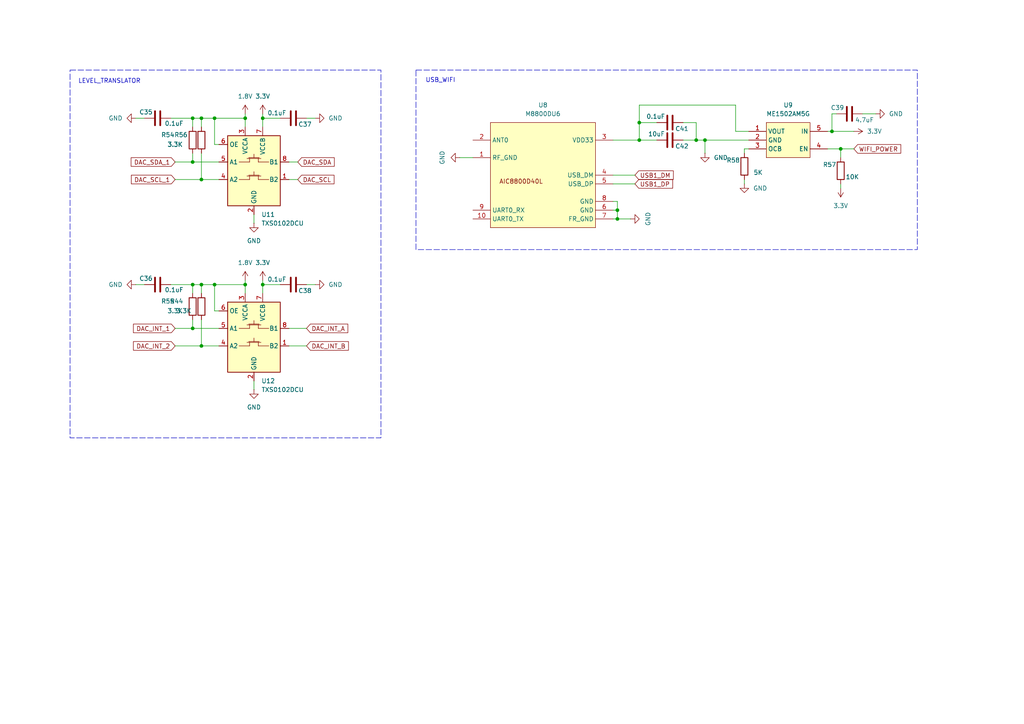
<source format=kicad_sch>
(kicad_sch (version 20250114) (generator "eeschema") (generator_version "9.0")
  (paper "A4")
  (lib_symbols
    (symbol "Device:C" (pin_numbers (hide yes)) (pin_names (offset 0.254))
      (property "Reference" "C" (at 0.635 2.54 0))
      (property "Value" "C" (at 0.635 -2.54 0))
      (symbol "C_0_1"
        (polyline (pts (xy -2.032 0.762) (xy 2.032 0.762)) (stroke (width 0.508)))
        (polyline (pts (xy -2.032 -0.762) (xy 2.032 -0.762)) (stroke (width 0.508)))
      )
      (symbol "C_1_1"
        (pin passive line (at 0 3.81 270) (length 2.794) (name "~") (number "1"))
        (pin passive line (at 0 -3.81 90) (length 2.794) (name "~") (number "2"))
      )
    )
    (symbol "Device:R" (pin_numbers (hide yes)) (pin_names (offset 0))
      (property "Reference" "R" (at 2.032 0 90))
      (property "Value" "R" (at 0 0 90))
      (symbol "R_0_1"
        (rectangle (start -1.016 -2.54) (end 1.016 2.54) (stroke (width 0.254)))
      )
      (symbol "R_1_1"
        (pin passive line (at 0 3.81 270) (length 1.27) (name "~") (number "1"))
        (pin passive line (at 0 -3.81 90) (length 1.27) (name "~") (number "2"))
      )
    )
    (symbol "Logic_LevelTranslator:TXS0102DCU"
      (property "Reference" "U" (at -6.35 11.43 0))
      (property "Value" "TXS0102DCU" (at 3.81 11.43 0))
      (symbol "TXS0102DCU_0_1"
        (rectangle (start -7.62 10.16) (end 7.62 -10.16) (stroke (width 0.254)) (fill (type background)))
        (polyline (pts (xy -4.318 -2.54) (xy -1.27 -2.54)))
        (polyline (pts (xy -2.032 -1.524) (xy 2.032 -1.524)))
        (polyline (pts (xy -1.524 -1.27) (xy 1.524 -1.27)))
        (polyline (pts (xy -1.27 -2.54) (xy -1.27 -1.524)))
        (polyline (pts (xy 0 -1.27) (xy 0 -0.254)))
        (polyline (pts (xy 1.27 -2.54) (xy 1.27 -1.524)))
        (polyline (pts (xy 4.318 -2.54) (xy 1.27 -2.54)))
      )
      (symbol "TXS0102DCU_1_1"
        (polyline (pts (xy -4.318 2.54) (xy -1.27 2.54)))
        (polyline (pts (xy -2.032 3.556) (xy 2.032 3.556)))
        (polyline (pts (xy -1.524 3.81) (xy 1.524 3.81)))
        (polyline (pts (xy -1.27 2.54) (xy -1.27 3.556)))
        (polyline (pts (xy 0 3.81) (xy 0 4.826)))
        (polyline (pts (xy 1.27 2.54) (xy 1.27 3.556)))
        (polyline (pts (xy 4.318 2.54) (xy 1.27 2.54)))
        (pin input line (at -10.16 7.62 0) (length 2.54) (name "OE") (number "6"))
        (pin bidirectional line (at -10.16 2.54 0) (length 2.54) (name "A1") (number "5"))
        (pin bidirectional line (at -10.16 -2.54 0) (length 2.54) (name "A2") (number "4"))
        (pin power_in line (at -2.54 12.7 270) (length 2.54) (name "VCCA") (number "3"))
        (pin power_in line (at 0 -12.7 90) (length 2.54) (name "GND") (number "2"))
        (pin power_in line (at 2.54 12.7 270) (length 2.54) (name "VCCB") (number "7"))
        (pin bidirectional line (at 10.16 2.54 180) (length 2.54) (name "B1") (number "8"))
        (pin bidirectional line (at 10.16 -2.54 180) (length 2.54) (name "B2") (number "1"))
      )
    )
    (symbol "coloryr:BL_M8800DU6_40L"
      (property "Reference" "U" (at 0 21.082 0))
      (property "Value" "M8800DU6" (at 0 19.05 0))
      (symbol "BL_M8800DU6_40L_1_0"
        (rectangle (start -15.24 17.78) (end 15.24 -12.7) (fill (type background)))
        (text "AIC8800D40L" (at -12.7 0 0) (effects (font (size 1.27 1.27)) (justify left bottom)))
        (pin unspecified line (at -20.32 12.7 0) (length 5.08) (name "ANT0") (number "2"))
        (pin unspecified line (at -20.32 7.62 0) (length 5.08) (name "RF_GND") (number "1"))
        (pin output line (at -20.32 -7.62 0) (length 5.08) (name "UART0_RX") (number "9"))
        (pin input line (at -20.32 -10.16 0) (length 5.08) (name "UART0_TX") (number "10"))
        (pin unspecified line (at 20.32 12.7 180) (length 5.08) (name "VDD33") (number "3"))
        (pin bidirectional line (at 20.32 2.54 180) (length 5.08) (name "USB_DM") (number "4"))
        (pin bidirectional line (at 20.32 0 180) (length 5.08) (name "USB_DP") (number "5"))
        (pin unspecified line (at 20.32 -5.08 180) (length 5.08) (name "GND") (number "8"))
        (pin unspecified line (at 20.32 -7.62 180) (length 5.08) (name "GND") (number "6"))
        (pin unspecified line (at 20.32 -10.16 180) (length 5.08) (name "FR_GND") (number "7"))
      )
    )
    (symbol "coloryr:ETA6280S2F"
      (property "Reference" "U" (at 6.35 2.794 0))
      (property "Value" "ETA6280S2F" (at 6.35 1.016 0))
      (symbol "ETA6280S2F_1_1"
        (rectangle (start 0 0) (end 12.7 -10.16) (fill (type background)))
        (pin power_out line (at -5.08 -2.54 0) (length 5.08) (name "VOUT") (number "1"))
        (pin power_in line (at -5.08 -5.08 0) (length 5.08) (name "GND") (number "2"))
        (pin input line (at -5.08 -7.62 0) (length 5.08) (name "OCB") (number "3"))
        (pin power_in line (at 17.78 -2.54 180) (length 5.08) (name "IN") (number "5"))
        (pin input line (at 17.78 -7.62 180) (length 5.08) (name "EN") (number "4"))
      )
    )
    (symbol "power:GND" (power) (pin_numbers (hide yes)) (pin_names (offset 0) (hide yes))
      (property "Value" "GND" (at 0 -3.81 0))
      (symbol "GND_0_1"
        (polyline (pts (xy 0 0) (xy 0 -1.27) (xy 1.27 -1.27) (xy 0 -2.54) (xy -1.27 -1.27) (xy 0 -1.27)))
      )
      (symbol "GND_1_1"
        (pin power_in line (at 0 0 270) (length 0) (name "~") (number "1"))
      )
    )
    (symbol "power:VCC" (power) (pin_numbers (hide yes)) (pin_names (offset 0) (hide yes))
      (property "Value" "VCC" (at 0 3.556 0))
      (symbol "VCC_0_1"
        (polyline (pts (xy -0.762 1.27) (xy 0 2.54)))
        (polyline (pts (xy 0 2.54) (xy 0.762 1.27)))
        (polyline (pts (xy 0 0) (xy 0 2.54)))
      )
      (symbol "VCC_1_1"
        (pin power_in line (at 0 0 90) (length 0) (name "~") (number "1"))
      )
    )
  )
  (rectangle (start 20.32 20.32) (end 110.49 127) (stroke (width 0) (type dash)))
  (rectangle (start 120.65 20.32) (end 266.065 72.39) (stroke (width 0) (type dash)))
  (text "LEVEL_TRANSLATOR" (at 31.75 23.622 0) (effects (font (size 1.27 1.27))))
  (text "USB_WIFI" (at 127.762 23.368 0) (effects (font (size 1.27 1.27))))
  (junction (at 179.07 60.96))
  (junction (at 179.07 63.5))
  (junction (at 71.12 34.29))
  (junction (at 241.3 38.1))
  (junction (at 58.42 100.33))
  (junction (at 55.88 82.55))
  (junction (at 55.88 95.25))
  (junction (at 55.88 34.29))
  (junction (at 58.42 52.07))
  (junction (at 58.42 34.29))
  (junction (at 185.42 35.56))
  (junction (at 185.42 40.64))
  (junction (at 55.88 46.99))
  (junction (at 58.42 82.55))
  (junction (at 62.23 82.55))
  (junction (at 204.47 40.64))
  (junction (at 76.2 34.29))
  (junction (at 71.12 82.55))
  (junction (at 243.84 43.18))
  (junction (at 76.2 82.55))
  (junction (at 62.23 34.29))
  (junction (at 201.93 40.64))
  (wire (pts (xy 250.19 33.02) (xy 254 33.02)))
  (wire (pts (xy 83.82 46.99) (xy 86.36 46.99)))
  (wire (pts (xy 185.42 40.64) (xy 190.5 40.64)))
  (wire (pts (xy 63.5 90.17) (xy 62.23 90.17)))
  (wire (pts (xy 243.84 43.18) (xy 247.65 43.18)))
  (wire (pts (xy 179.07 60.96) (xy 179.07 63.5)))
  (wire (pts (xy 71.12 82.55) (xy 71.12 85.09)))
  (wire (pts (xy 58.42 82.55) (xy 58.42 85.09)))
  (wire (pts (xy 63.5 41.91) (xy 62.23 41.91)))
  (wire (pts (xy 240.03 38.1) (xy 241.3 38.1)))
  (wire (pts (xy 55.88 92.71) (xy 55.88 95.25)))
  (wire (pts (xy 213.36 30.48) (xy 185.42 30.48)))
  (wire (pts (xy 62.23 34.29) (xy 71.12 34.29)))
  (wire (pts (xy 240.03 43.18) (xy 243.84 43.18)))
  (wire (pts (xy 83.82 52.07) (xy 86.36 52.07)))
  (wire (pts (xy 215.9 43.18) (xy 217.17 43.18)))
  (wire (pts (xy 204.47 40.64) (xy 204.47 44.45)))
  (wire (pts (xy 241.3 38.1) (xy 247.65 38.1)))
  (wire (pts (xy 58.42 34.29) (xy 58.42 36.83)))
  (wire (pts (xy 198.12 40.64) (xy 201.93 40.64)))
  (wire (pts (xy 177.8 63.5) (xy 179.07 63.5)))
  (wire (pts (xy 55.88 95.25) (xy 50.8 95.25)))
  (wire (pts (xy 213.36 38.1) (xy 213.36 30.48)))
  (wire (pts (xy 76.2 82.55) (xy 81.28 82.55)))
  (wire (pts (xy 217.17 38.1) (xy 213.36 38.1)))
  (wire (pts (xy 83.82 95.25) (xy 88.9 95.25)))
  (wire (pts (xy 185.42 35.56) (xy 185.42 40.64)))
  (wire (pts (xy 177.8 50.8) (xy 184.15 50.8)))
  (wire (pts (xy 50.8 100.33) (xy 58.42 100.33)))
  (wire (pts (xy 76.2 33.02) (xy 76.2 34.29)))
  (wire (pts (xy 71.12 33.02) (xy 71.12 34.29)))
  (wire (pts (xy 241.3 33.02) (xy 241.3 38.1)))
  (wire (pts (xy 55.88 34.29) (xy 55.88 36.83)))
  (wire (pts (xy 177.8 58.42) (xy 179.07 58.42)))
  (wire (pts (xy 204.47 40.64) (xy 201.93 40.64)))
  (wire (pts (xy 71.12 34.29) (xy 71.12 36.83)))
  (wire (pts (xy 63.5 46.99) (xy 55.88 46.99)))
  (wire (pts (xy 58.42 92.71) (xy 58.42 100.33)))
  (wire (pts (xy 58.42 52.07) (xy 50.8 52.07)))
  (wire (pts (xy 215.9 52.07) (xy 215.9 53.34)))
  (wire (pts (xy 73.66 62.23) (xy 73.66 64.77)))
  (wire (pts (xy 62.23 90.17) (xy 62.23 82.55)))
  (wire (pts (xy 49.53 34.29) (xy 55.88 34.29)))
  (wire (pts (xy 76.2 34.29) (xy 76.2 36.83)))
  (wire (pts (xy 58.42 44.45) (xy 58.42 52.07)))
  (wire (pts (xy 55.88 82.55) (xy 58.42 82.55)))
  (wire (pts (xy 55.88 82.55) (xy 55.88 85.09)))
  (wire (pts (xy 177.8 40.64) (xy 185.42 40.64)))
  (wire (pts (xy 71.12 81.28) (xy 71.12 82.55)))
  (wire (pts (xy 58.42 34.29) (xy 62.23 34.29)))
  (wire (pts (xy 49.53 82.55) (xy 55.88 82.55)))
  (wire (pts (xy 243.84 53.34) (xy 243.84 54.61)))
  (wire (pts (xy 76.2 34.29) (xy 81.28 34.29)))
  (wire (pts (xy 177.8 60.96) (xy 179.07 60.96)))
  (wire (pts (xy 39.37 34.29) (xy 41.91 34.29)))
  (wire (pts (xy 243.84 43.18) (xy 243.84 45.72)))
  (wire (pts (xy 179.07 58.42) (xy 179.07 60.96)))
  (wire (pts (xy 179.07 63.5) (xy 182.88 63.5)))
  (wire (pts (xy 190.5 35.56) (xy 185.42 35.56)))
  (wire (pts (xy 62.23 41.91) (xy 62.23 34.29)))
  (wire (pts (xy 58.42 82.55) (xy 62.23 82.55)))
  (wire (pts (xy 204.47 40.64) (xy 217.17 40.64)))
  (wire (pts (xy 55.88 44.45) (xy 55.88 46.99)))
  (wire (pts (xy 133.35 45.72) (xy 137.16 45.72)))
  (wire (pts (xy 201.93 40.64) (xy 201.93 35.56)))
  (wire (pts (xy 88.9 82.55) (xy 91.44 82.55)))
  (wire (pts (xy 58.42 100.33) (xy 63.5 100.33)))
  (wire (pts (xy 62.23 82.55) (xy 71.12 82.55)))
  (wire (pts (xy 63.5 95.25) (xy 55.88 95.25)))
  (wire (pts (xy 242.57 33.02) (xy 241.3 33.02)))
  (wire (pts (xy 73.66 110.49) (xy 73.66 113.03)))
  (wire (pts (xy 76.2 82.55) (xy 76.2 85.09)))
  (wire (pts (xy 83.82 100.33) (xy 88.9 100.33)))
  (wire (pts (xy 39.37 82.55) (xy 41.91 82.55)))
  (wire (pts (xy 88.9 34.29) (xy 91.44 34.29)))
  (wire (pts (xy 215.9 44.45) (xy 215.9 43.18)))
  (wire (pts (xy 201.93 35.56) (xy 198.12 35.56)))
  (wire (pts (xy 76.2 81.28) (xy 76.2 82.55)))
  (wire (pts (xy 177.8 53.34) (xy 184.15 53.34)))
  (wire (pts (xy 55.88 46.99) (xy 50.8 46.99)))
  (wire (pts (xy 185.42 30.48) (xy 185.42 35.56)))
  (wire (pts (xy 63.5 52.07) (xy 58.42 52.07)))
  (wire (pts (xy 55.88 34.29) (xy 58.42 34.29)))
  (global_label "DAC_INT_B" (shape input) (at 88.9 100.33 0) (property "Intersheetrefs" "${INTERSHEET_REFS}" (effects (hide yes))))
  (global_label "DAC_INT_2" (shape input) (at 50.8 100.33 180) (property "Intersheetrefs" "${INTERSHEET_REFS}" (effects (hide yes))))
  (global_label "DAC_SDA_1" (shape input) (at 50.8 46.99 180) (property "Intersheetrefs" "${INTERSHEET_REFS}" (effects (hide yes))))
  (global_label "USB1_DP" (shape input) (at 184.15 53.34 0) (property "Intersheetrefs" "${INTERSHEET_REFS}" (effects (hide yes))))
  (global_label "WIFI_POWER" (shape input) (at 247.65 43.18 0) (property "Intersheetrefs" "${INTERSHEET_REFS}" (effects (hide yes))))
  (global_label "DAC_SCL_1" (shape input) (at 50.8 52.07 180) (property "Intersheetrefs" "${INTERSHEET_REFS}" (effects (hide yes))))
  (global_label "DAC_SCL" (shape input) (at 86.36 52.07 0) (property "Intersheetrefs" "${INTERSHEET_REFS}" (effects (hide yes))))
  (global_label "DAC_INT_1" (shape input) (at 50.8 95.25 180) (property "Intersheetrefs" "${INTERSHEET_REFS}" (effects (hide yes))))
  (global_label "DAC_SDA" (shape input) (at 86.36 46.99 0) (property "Intersheetrefs" "${INTERSHEET_REFS}" (effects (hide yes))))
  (global_label "DAC_INT_A" (shape input) (at 88.9 95.25 0) (property "Intersheetrefs" "${INTERSHEET_REFS}" (effects (hide yes))))
  (global_label "USB1_DM" (shape input) (at 184.15 50.8 0) (property "Intersheetrefs" "${INTERSHEET_REFS}" (effects (hide yes))))
  (symbol (lib_id "coloryr:BL_M8800DU6_40L") (at 157.48 53.34 0) (unit 1)
    (property "Reference" "U8" (at 157.48 30.48 0))
    (property "Value" "M8800DU6" (at 157.48 33.02 0))
    (property "Footprint" "coloryr:BL_M8800DU6_40L" (effects (hide yes)))
    (property "Description" "AIC8800D40L双频5G无线模块wifi6+BLE蓝牙配网IPC摄像头投屏图传" (effects (hide yes)))
  )
  (symbol (lib_id "power:GND") (at 215.9 53.34 0) (unit 1)
    (property "Reference" "#PWR047" (effects (hide yes)))
    (property "Value" "GND" (at 218.44 54.6099 0) (effects (justify left)))
    (property "Description" "Power symbol creates a global label with name \"GND\" , ground" (effects (hide yes)))
  )
  (symbol (lib_id "Device:C") (at 85.09 82.55 90) (unit 1)
    (property "Reference" "C38" (at 90.424 84.328 90) (effects (justify left)))
    (property "Value" "0.1uF" (at 83.058 81.026 90) (effects (justify left)))
    (property "Footprint" "Capacitor_SMD:C_0402_1005Metric_Pad0.74x0.62mm_HandSolder" (effects (hide yes)))
    (property "Description" "Unpolarized capacitor" (effects (hide yes)))
  )
  (symbol (lib_id "Device:R") (at 55.88 40.64 180) (unit 1)
    (property "Reference" "R54" (at 46.736 39.116 0) (effects (justify right)))
    (property "Value" "3.3K" (at 48.514 41.91 0) (effects (justify right)))
    (property "Footprint" "Capacitor_SMD:C_0402_1005Metric_Pad0.74x0.62mm_HandSolder" (effects (hide yes)))
    (property "Description" "Resistor" (effects (hide yes)))
  )
  (symbol (lib_id "Device:C") (at 85.09 34.29 90) (unit 1)
    (property "Reference" "C37" (at 90.424 36.068 90) (effects (justify left)))
    (property "Value" "0.1uF" (at 83.058 32.766 90) (effects (justify left)))
    (property "Footprint" "Capacitor_SMD:C_0402_1005Metric_Pad0.74x0.62mm_HandSolder" (effects (hide yes)))
    (property "Description" "Unpolarized capacitor" (effects (hide yes)))
  )
  (symbol (lib_id "power:VCC") (at 243.84 54.61 180) (unit 1)
    (property "Reference" "#PWR048" (effects (hide yes)))
    (property "Value" "3.3V" (at 243.84 59.69 0))
    (property "Description" "Power symbol creates a global label with name \"VCC\"" (effects (hide yes)))
  )
  (symbol (lib_id "power:GND") (at 182.88 63.5 90) (unit 1)
    (property "Reference" "#PWR02" (effects (hide yes)))
    (property "Value" "GND" (at 187.96 63.5 0))
    (property "Description" "Power symbol creates a global label with name \"GND\" , ground" (effects (hide yes)))
  )
  (symbol (lib_id "coloryr:ETA6280S2F") (at 222.25 35.56 0) (unit 1)
    (property "Reference" "U9" (at 228.6 30.48 0))
    (property "Value" "ME1502AM5G" (at 228.6 33.02 0))
    (property "Footprint" "Package_TO_SOT_SMD:SOT-23-5" (effects (hide yes)))
  )
  (symbol (lib_id "Device:R") (at 243.84 49.53 0) (unit 1)
    (property "Reference" "R57" (at 242.57 47.752 0) (effects (justify right)))
    (property "Value" "10K" (at 249.174 51.308 0) (effects (justify right)))
    (property "Footprint" "Capacitor_SMD:C_0402_1005Metric_Pad0.74x0.62mm_HandSolder" (effects (hide yes)))
    (property "Description" "Resistor" (effects (hide yes)))
  )
  (symbol (lib_id "power:GND") (at 91.44 34.29 90) (unit 1)
    (property "Reference" "#PWR087" (effects (hide yes)))
    (property "Value" "GND" (at 95.25 34.2899 90) (effects (justify right)))
    (property "Description" "Power symbol creates a global label with name \"GND\" , ground" (effects (hide yes)))
  )
  (symbol (lib_id "Device:C") (at 45.72 82.55 270) (unit 1)
    (property "Reference" "C36" (at 40.386 80.772 90) (effects (justify left)))
    (property "Value" "0.1uF" (at 47.752 84.074 90) (effects (justify left)))
    (property "Footprint" "Capacitor_SMD:C_0402_1005Metric_Pad0.74x0.62mm_HandSolder" (effects (hide yes)))
    (property "Description" "Unpolarized capacitor" (effects (hide yes)))
  )
  (symbol (lib_id "Device:C") (at 194.31 35.56 270) (unit 1)
    (property "Reference" "C41" (at 195.834 37.338 90) (effects (justify left)))
    (property "Value" "0.1uF" (at 187.452 33.782 90) (effects (justify left)))
    (property "Footprint" "Capacitor_SMD:C_0402_1005Metric_Pad0.74x0.62mm_HandSolder" (effects (hide yes)))
    (property "Description" "Unpolarized capacitor" (effects (hide yes)))
  )
  (symbol (lib_id "power:VCC") (at 71.12 33.02 0) (unit 1)
    (property "Reference" "#PWR081" (effects (hide yes)))
    (property "Value" "1.8V" (at 71.12 27.94 0))
    (property "Description" "Power symbol creates a global label with name \"VCC\"" (effects (hide yes)))
  )
  (symbol (lib_id "Device:C") (at 194.31 40.64 270) (unit 1)
    (property "Reference" "C42" (at 195.834 42.418 90) (effects (justify left)))
    (property "Value" "10uF" (at 187.96 38.862 90) (effects (justify left)))
    (property "Footprint" "Capacitor_SMD:C_0402_1005Metric_Pad0.74x0.62mm_HandSolder" (effects (hide yes)))
    (property "Description" "Unpolarized capacitor" (effects (hide yes)))
  )
  (symbol (lib_id "power:GND") (at 73.66 113.03 0) (unit 1)
    (property "Reference" "#PWR084" (effects (hide yes)))
    (property "Value" "GND" (at 73.66 118.11 0))
    (property "Description" "Power symbol creates a global label with name \"GND\" , ground" (effects (hide yes)))
  )
  (symbol (lib_id "Device:R") (at 55.88 88.9 180) (unit 1)
    (property "Reference" "R55" (at 46.736 87.376 0) (effects (justify right)))
    (property "Value" "3.3K" (at 48.514 90.17 0) (effects (justify right)))
    (property "Footprint" "Capacitor_SMD:C_0402_1005Metric_Pad0.74x0.62mm_HandSolder" (effects (hide yes)))
    (property "Description" "Resistor" (effects (hide yes)))
  )
  (symbol (lib_id "power:GND") (at 254 33.02 90) (unit 1)
    (property "Reference" "#PWR050" (effects (hide yes)))
    (property "Value" "GND" (at 257.81 33.0199 90) (effects (justify right)))
    (property "Description" "Power symbol creates a global label with name \"GND\" , ground" (effects (hide yes)))
  )
  (symbol (lib_id "power:GND") (at 91.44 82.55 90) (unit 1)
    (property "Reference" "#PWR088" (effects (hide yes)))
    (property "Value" "GND" (at 95.25 82.5499 90) (effects (justify right)))
    (property "Description" "Power symbol creates a global label with name \"GND\" , ground" (effects (hide yes)))
  )
  (symbol (lib_id "power:GND") (at 73.66 64.77 0) (unit 1)
    (property "Reference" "#PWR083" (effects (hide yes)))
    (property "Value" "GND" (at 73.66 69.85 0))
    (property "Description" "Power symbol creates a global label with name \"GND\" , ground" (effects (hide yes)))
  )
  (symbol (lib_id "Device:R") (at 215.9 48.26 0) (unit 1)
    (property "Reference" "R58" (at 214.63 46.482 0) (effects (justify right)))
    (property "Value" "5K" (at 221.234 50.038 0) (effects (justify right)))
    (property "Footprint" "Capacitor_SMD:C_0402_1005Metric_Pad0.74x0.62mm_HandSolder" (effects (hide yes)))
    (property "Description" "Resistor" (effects (hide yes)))
  )
  (symbol (lib_id "power:GND") (at 39.37 34.29 270) (unit 1)
    (property "Reference" "#PWR079" (effects (hide yes)))
    (property "Value" "GND" (at 35.56 34.2899 90) (effects (justify right)))
    (property "Description" "Power symbol creates a global label with name \"GND\" , ground" (effects (hide yes)))
  )
  (symbol (lib_id "power:GND") (at 39.37 82.55 270) (unit 1)
    (property "Reference" "#PWR080" (effects (hide yes)))
    (property "Value" "GND" (at 35.56 82.5499 90) (effects (justify right)))
    (property "Description" "Power symbol creates a global label with name \"GND\" , ground" (effects (hide yes)))
  )
  (symbol (lib_id "Logic_LevelTranslator:TXS0102DCU") (at 73.66 49.53 0) (unit 1)
    (property "Reference" "U11" (at 75.8033 62.23 0) (effects (justify left)))
    (property "Value" "TXS0102DCU" (at 75.8033 64.77 0) (effects (justify left)))
    (property "Footprint" "Package_SO:VSSOP-8_2.3x2mm_P0.5mm" (effects (hide yes)))
    (property "Datasheet" "http://www.ti.com/lit/gpn/txs0102" (effects (hide yes)))
    (property "Description" "2-Bit Bidirectional Voltage-Level Shifter for Open-Drain and Push-Pull Application, VSSOP-8" (effects (hide yes)))
  )
  (symbol (lib_id "power:VCC") (at 247.65 38.1 270) (unit 1)
    (property "Reference" "#PWR096" (effects (hide yes)))
    (property "Value" "3.3V" (at 251.46 38.0999 90) (effects (justify left)))
    (property "Description" "Power symbol creates a global label with name \"VCC\"" (effects (hide yes)))
  )
  (symbol (lib_id "Device:C") (at 45.72 34.29 270) (unit 1)
    (property "Reference" "C35" (at 40.386 32.512 90) (effects (justify left)))
    (property "Value" "0.1uF" (at 47.752 35.814 90) (effects (justify left)))
    (property "Footprint" "Capacitor_SMD:C_0402_1005Metric_Pad0.74x0.62mm_HandSolder" (effects (hide yes)))
    (property "Description" "Unpolarized capacitor" (effects (hide yes)))
  )
  (symbol (lib_id "power:VCC") (at 71.12 81.28 0) (unit 1)
    (property "Reference" "#PWR082" (effects (hide yes)))
    (property "Value" "1.8V" (at 71.12 76.2 0))
    (property "Description" "Power symbol creates a global label with name \"VCC\"" (effects (hide yes)))
  )
  (symbol (lib_id "power:GND") (at 133.35 45.72 270) (unit 1)
    (property "Reference" "#PWR092" (effects (hide yes)))
    (property "Value" "GND" (at 128.27 45.72 0))
    (property "Description" "Power symbol creates a global label with name \"GND\" , ground" (effects (hide yes)))
  )
  (symbol (lib_id "Logic_LevelTranslator:TXS0102DCU") (at 73.66 97.79 0) (unit 1)
    (property "Reference" "U12" (at 75.8033 110.49 0) (effects (justify left)))
    (property "Value" "TXS0102DCU" (at 75.8033 113.03 0) (effects (justify left)))
    (property "Footprint" "Package_SO:VSSOP-8_2.3x2mm_P0.5mm" (effects (hide yes)))
    (property "Datasheet" "http://www.ti.com/lit/gpn/txs0102" (effects (hide yes)))
    (property "Description" "2-Bit Bidirectional Voltage-Level Shifter for Open-Drain and Push-Pull Application, VSSOP-8" (effects (hide yes)))
  )
  (symbol (lib_id "Device:R") (at 58.42 40.64 180) (unit 1)
    (property "Reference" "R56" (at 50.546 39.116 0) (effects (justify right)))
    (property "Value" "3.3K" (at 48.514 41.91 0) (effects (justify right)))
    (property "Footprint" "Capacitor_SMD:C_0402_1005Metric_Pad0.74x0.62mm_HandSolder" (effects (hide yes)))
    (property "Description" "Resistor" (effects (hide yes)))
  )
  (symbol (lib_id "Device:C") (at 246.38 33.02 90) (unit 1)
    (property "Reference" "C39" (at 244.856 31.242 90) (effects (justify left)))
    (property "Value" "4.7uF" (at 253.492 34.798 90) (effects (justify left)))
    (property "Footprint" "Capacitor_SMD:C_0402_1005Metric_Pad0.74x0.62mm_HandSolder" (effects (hide yes)))
    (property "Description" "Unpolarized capacitor" (effects (hide yes)))
  )
  (symbol (lib_id "power:GND") (at 204.47 44.45 0) (unit 1)
    (property "Reference" "#PWR098" (effects (hide yes)))
    (property "Value" "GND" (at 207.01 45.7199 0) (effects (justify left)))
    (property "Description" "Power symbol creates a global label with name \"GND\" , ground" (effects (hide yes)))
  )
  (symbol (lib_id "power:VCC") (at 76.2 33.02 0) (unit 1)
    (property "Reference" "#PWR085" (effects (hide yes)))
    (property "Value" "3.3V" (at 76.2 27.94 0))
    (property "Description" "Power symbol creates a global label with name \"VCC\"" (effects (hide yes)))
  )
  (symbol (lib_id "power:VCC") (at 76.2 81.28 0) (unit 1)
    (property "Reference" "#PWR086" (effects (hide yes)))
    (property "Value" "3.3V" (at 76.2 76.2 0))
    (property "Description" "Power symbol creates a global label with name \"VCC\"" (effects (hide yes)))
  )
  (symbol (lib_id "Device:R") (at 58.42 88.9 180) (unit 1)
    (property "Reference" "R44" (at 49.276 87.376 0) (effects (justify right)))
    (property "Value" "3.3K" (at 51.054 90.17 0) (effects (justify right)))
    (property "Footprint" "Capacitor_SMD:C_0402_1005Metric_Pad0.74x0.62mm_HandSolder" (effects (hide yes)))
    (property "Description" "Resistor" (effects (hide yes)))
  )
)
</source>
